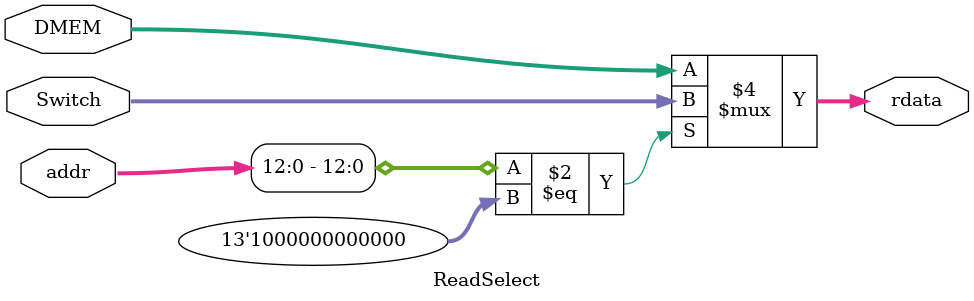
<source format=v>
module ReadSelect(
	input [31:0]addr,
	input [31:0]DMEM,
	input [31:0]Switch,
	output reg [31:0]rdata
);

	always @(*) begin
		if(addr[12:0] == 13'h1000) begin
			//ÍâÉè
			rdata = Switch;
		end else begin
			//DMEM
			rdata = DMEM;
		end
	end
endmodule
</source>
